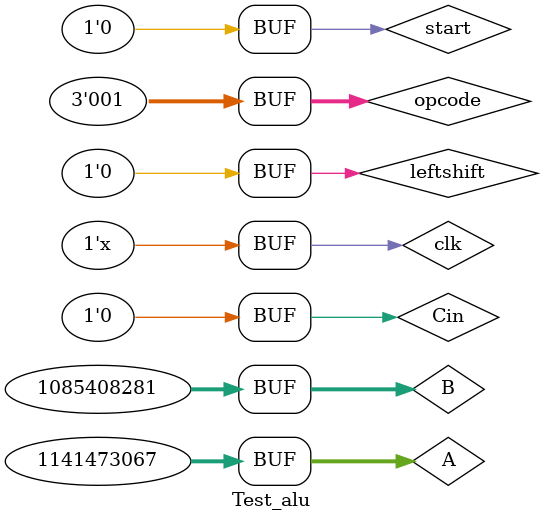
<source format=sv>

module Test_alu;
	parameter CLK_PERIOD = 2;  // 10 ns == 100 MHz
	// Inputs
    parameter WIDTH = 32;
    parameter MBITS = 23;
	reg [31:0] A;
	reg [31:0] B;
	reg Cin;
	reg [2:0] opcode; 
	// Outputs
	wire [31:0] Out;
	wire Cout;

	reg clk;
	reg clk_fast;
	reg start;
	reg busy, valid, dbz, zbz, ovf, unf;
 	reg leftshift;
	always #(CLK_PERIOD / 2) clk = ~clk;
	// Instantiate the Unit Under Test (UUT)
	FPalu uut (
		.A(A), 
		.B(B), 
		.Cin(Cin),
		.Out(Out),
		.opcode(opcode),
		.Cout(Cout),
		.unf(unf), .ovf(ovf), .zbz(zbz), .dbz(dbz), .clk(clk), .start(start), .busy(busy), .valid(valid), .clk_fast(clk_fast), .leftshift(leftshift)
	);



	initial begin
	                clk = 1;	// Initialize Inputs
		A = 0;
		B = 0;
		Cin = 0;
		opcode = 0;
		//start = 1;
		// Wait 200 ns for global reset to finish
		
		leftshift = 0;

		#200;
		A=32'h3FC00000;
		B=32'h3FA00000;
		
		 opcode = 3'b010;
		#200;
		A=32'hC0540000;
		B=32'h40E60000;

		 opcode = 3'b010;
		#200;
		A=32'b01111111101101100000000000000000;
		B=32'b01111111101100100000010000011001;
	
		 opcode = 3'b010;
		#200;
		A=32'hC0540000;
		B=32'h40E60000;

		 opcode = 3'b010;


		#200;
       	 A=32'b01000010001101100000000000000000;//11.375
			B=32'b01000011011111100000000000000000;//5.56300
		 Cin = 0;
		 opcode = 3'b100;
		leftshift = 1;
	
		#200;
       	 A=32'b01000010001101100000000000000000;//11.375
			B=32'b01000000000000000000000000000000;//5.56300
		 Cin = 0;
		 opcode = 3'b100;
		leftshift = 0;
		 
		 #200;
       	 A=32'b11000001001101100000000000000000;//11.375
			B=32'b11000000101100100000010000011001;//5.56300
		 Cin = 0;
		 opcode = 0;
	
	 	 #200;
       	 A=32'b00111111111101010000011010010111;//11.375
		 B=32'b10111111111101001001011100000101;//5.56300

		 Cin = 0;
		 opcode = 0;


		

		#200;
//       	 A=32'b01000001001101100000000000000000;//11.375
			A=32'b11000011101111011000000101001100;
			B=32'b11000010101011011011110101001000;	
//			B=32'b01000000101100100000010000011001;//5.56300
		 Cin = 0;
		 opcode = 0;
		 //SUM=16.938
		 $monitor("Output:  %b ",Out);

		#200;
       	 A=32'b11000001001101100000000000000000;//11.375
		 B=32'b11000000101100100000010000011001;//5.56300
		 Cin = 0;
		 opcode = 3'b010;
		 //SUM=16.938
		 $monitor("Output:  %b ",Out); 

	 	 #200;
       	 A=32'b01000001001101100000000000000000;//11.375
		 B=32'b11000000101100100000010000011001;//5.56300
		 Cin = 0;
		 opcode = 3'b011;
                start = 1;
        #2     start = 0;
		 //SUM=16.938
		 $monitor("Output:  %b ",Out);	

		 #200;
       	 A=32'b11000001001101100000000000000000;//11.375
		 B=32'b01000000101100100000010000011001;//5.56300
		 Cin = 0;
		 opcode = 0;
		 //SUM=16.938
		 $monitor("Output:  %b ",Out);




		#200 
		 B=32'b01000010011011111110101001111111;//59.979
		 A=32'b01000000110100000000000000000000;//6.5
		 Cin = 0;
		 opcode = 3'b001;
		 //SUM=66.479
		 $monitor("Output:  %b ",Out);
		 
		

		#200 
		 B=32'b11000010011011111110101001111111;//59.979
		 A=32'b11000000110100000000000000000000;//6.5
		 Cin = 0;
//		 opcode = 0;
		 //SUM=66.479
		 $monitor("Output:  %b ",Out);

		#200 
		 B=32'b01000010011011111110101001111111;//59.979
		 A=32'b11000000110100000000000000000000;//6.5
		 Cin = 0;
		 //SUM=66.479
		 $monitor("Output:  %b ",Out);

		#200 
		 B=32'b11000010011011111110101001111111;//59.979
		 A=32'b01000000110100000000000000000000;//6.5
		 Cin = 0;
		 //SUM=66.479
		 $monitor("Output:  %b ",Out);









		#200 
		 A=32'b01000100011110100010000000000000;//1000.5
		 B=32'b01000100011101010110100111011011;//981.654
		 Cin = 0;
		 //SUM=1982.1539
		 $monitor("Output:  %b ",Out);
		 
		 
		#200
		 A=32'b01000100000010010111111100101011;//549.987
		 B=32'b01000000101100100000010000011001;//5.563
		 Cin = 0;
		 //SUM=555.499
		 $monitor("Output:  %b ",Out);
		  
		
	end
      
endmodule





</source>
